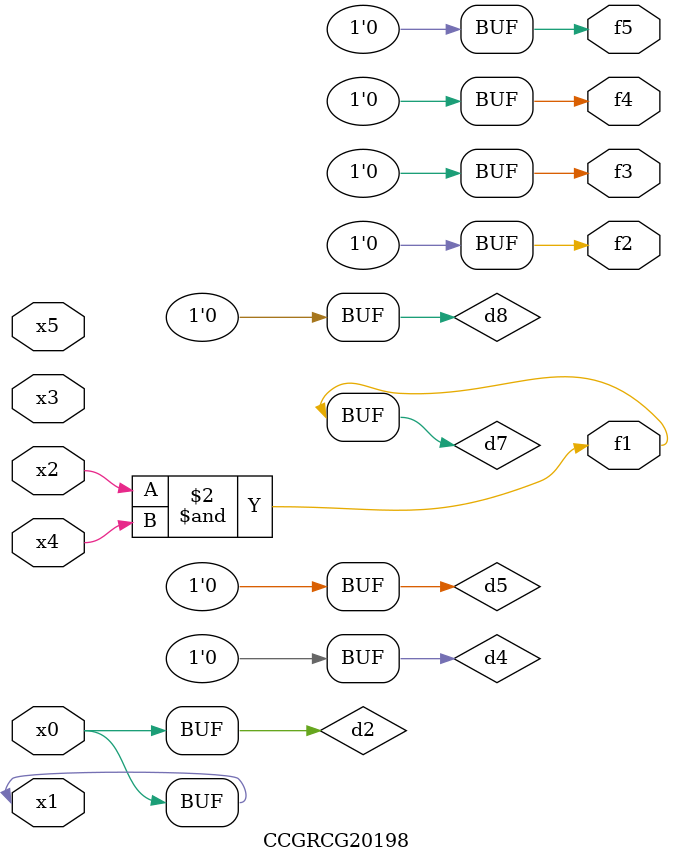
<source format=v>
module CCGRCG20198(
	input x0, x1, x2, x3, x4, x5,
	output f1, f2, f3, f4, f5
);

	wire d1, d2, d3, d4, d5, d6, d7, d8, d9;

	nand (d1, x1);
	buf (d2, x0, x1);
	nand (d3, x2, x4);
	and (d4, d1, d2);
	and (d5, d1, d2);
	nand (d6, d1, d3);
	not (d7, d3);
	xor (d8, d5);
	nor (d9, d5, d6);
	assign f1 = d7;
	assign f2 = d8;
	assign f3 = d8;
	assign f4 = d8;
	assign f5 = d8;
endmodule

</source>
